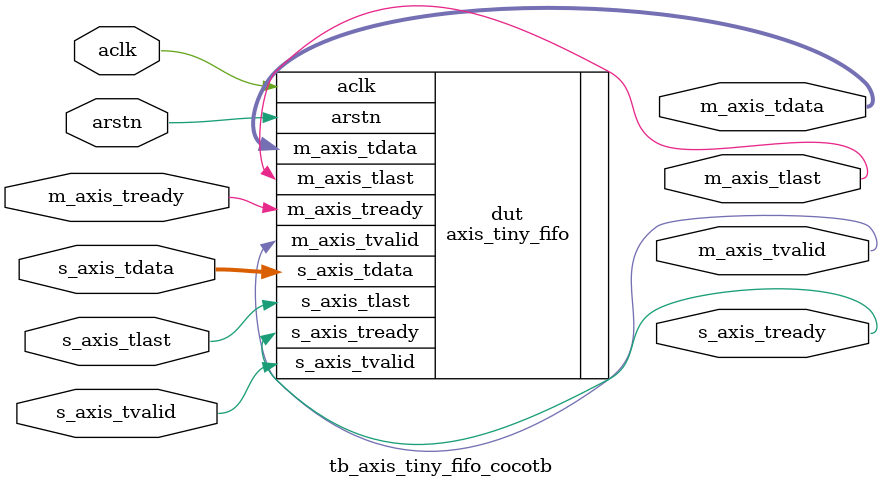
<source format=v>

`timescale 1 ns/10 ps

module tb_axis_tiny_fifo_cocotb #(
    parameter FIFO_DEPTH = 4,
    parameter BUS_WIDTH  = 8
  )
  (
    input                       aclk,
    input                       arstn,
    output [(BUS_WIDTH*8)-1:0]  m_axis_tdata,
    output                      m_axis_tvalid,
    output                      m_axis_tlast,
    input                       m_axis_tready,
    input  [(BUS_WIDTH*8)-1:0]  s_axis_tdata,
    input                       s_axis_tvalid,
    input                       s_axis_tlast,
    output                      s_axis_tready
  );
  // fst dump command
  initial begin
    $dumpfile ("tb_axis_tiny_fifo_cocotb.fst");
    $dumpvars (0, tb_axis_tiny_fifo_cocotb);
    #1;
  end
  
  axis_tiny_fifo #(
    .FIFO_DEPTH(FIFO_DEPTH),
    .BUS_WIDTH(BUS_WIDTH)
  ) dut (
    // input
    .aclk(aclk),
    .arstn(arstn),
    .s_axis_tvalid(s_axis_tvalid),
    .s_axis_tready(s_axis_tready),
    .s_axis_tdata(s_axis_tdata),
    .s_axis_tlast(s_axis_tlast),
    // output
    .m_axis_tvalid(m_axis_tvalid),
    .m_axis_tready(m_axis_tready),
    .m_axis_tlast(m_axis_tlast),
    .m_axis_tdata(m_axis_tdata)
  );
  
endmodule


</source>
